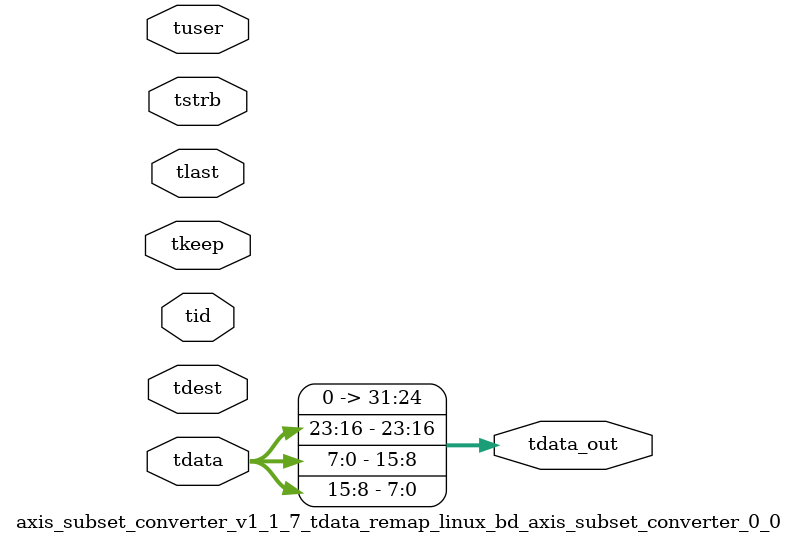
<source format=v>


`timescale 1ps/1ps

module axis_subset_converter_v1_1_7_tdata_remap_linux_bd_axis_subset_converter_0_0 #
(
parameter C_S_AXIS_TDATA_WIDTH = 32,
parameter C_S_AXIS_TUSER_WIDTH = 0,
parameter C_S_AXIS_TID_WIDTH   = 0,
parameter C_S_AXIS_TDEST_WIDTH = 0,
parameter C_M_AXIS_TDATA_WIDTH = 32
)
(
input  [(C_S_AXIS_TDATA_WIDTH == 0 ? 1 : C_S_AXIS_TDATA_WIDTH)-1:0     ] tdata,
input  [(C_S_AXIS_TUSER_WIDTH == 0 ? 1 : C_S_AXIS_TUSER_WIDTH)-1:0     ] tuser,
input  [(C_S_AXIS_TID_WIDTH   == 0 ? 1 : C_S_AXIS_TID_WIDTH)-1:0       ] tid,
input  [(C_S_AXIS_TDEST_WIDTH == 0 ? 1 : C_S_AXIS_TDEST_WIDTH)-1:0     ] tdest,
input  [(C_S_AXIS_TDATA_WIDTH/8)-1:0 ] tkeep,
input  [(C_S_AXIS_TDATA_WIDTH/8)-1:0 ] tstrb,
input                                                                    tlast,
output [C_M_AXIS_TDATA_WIDTH-1:0] tdata_out
);

assign tdata_out = {tdata[23:16],tdata[7:0],tdata[15:8]};

endmodule


</source>
